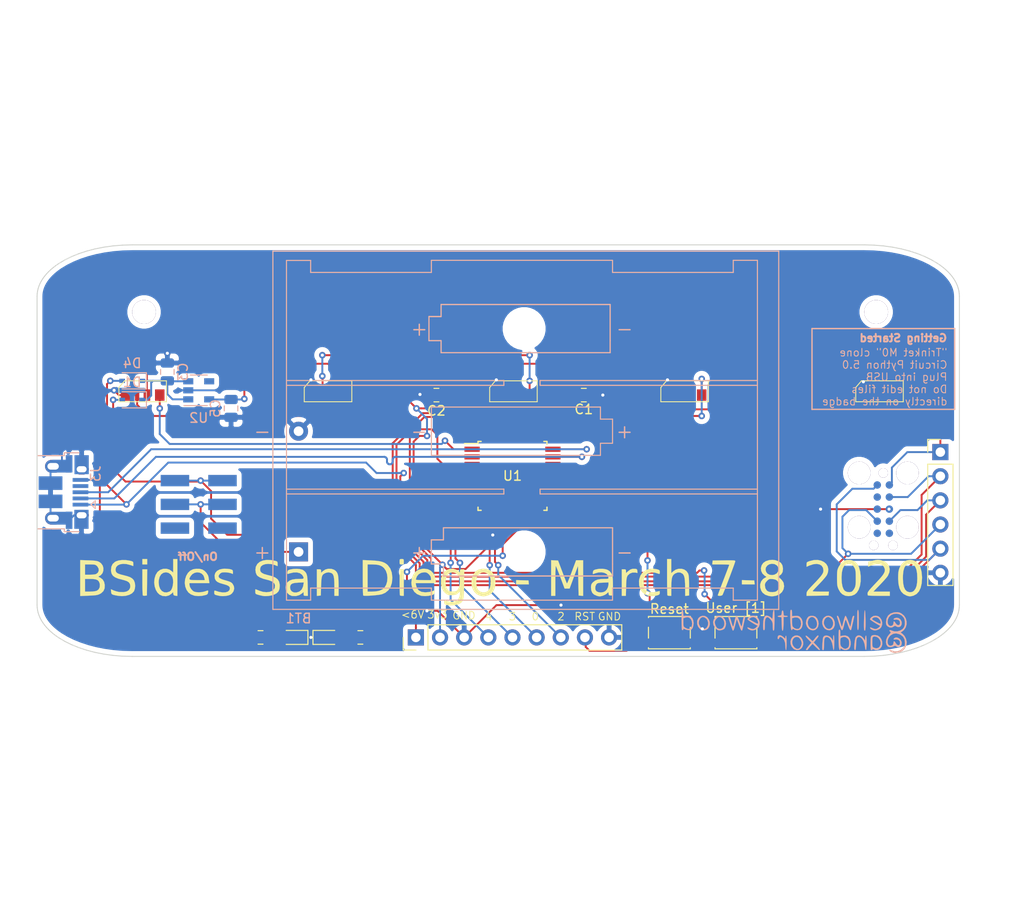
<source format=kicad_pcb>
(kicad_pcb (version 20171130) (host pcbnew 5.1.5-52549c5~84~ubuntu19.10.1)
  (title_block (title "BSides San Diego Badge") (date 2020-01-02) (rev 2) (comment 1 "By @ellwoodthewood and @andnxor"))
  (layers (0 F.Cu signal) (31 B.Cu signal) (34 B.Paste user) (35 F.Paste user) (36 B.SilkS user) (37 F.SilkS user) (38 B.Mask user) (39 F.Mask user) (44 Edge.Cuts user))
  (net 0 "")
  (net 1 +3V3)
  (net 2 GND)
  (net 3 "Net-(C2-Pad1)")
  (net 4 "Net-(C3-Pad1)")
  (net 5 VBAT)
  (net 6 "Net-(D2-Pad2)")
  (net 7 VBUS)
  (net 8 "Net-(D6-Pad2)")
  (net 9 /D4_A2_PAU06_TXD_MOSI)
  (net 10 /D3_A3_PAU07_RXD_SCK)
  (net 11 /~RESET)
  (net 12 /D0_A4_PAU08_SDA)
  (net 13 /D1_A0_PAU02)
  (net 14 /D2_A1_PAU09_SCL_MISO)
  (net 15 "Net-(J3-Pad4)")
  (net 16 "Net-(R1-Pad2)")
  (net 17 "Net-(U1-Pad2)")
  (net 18 "Net-(U1-Pad4)")
  (net 19 "Net-(U1-Pad5)")
  (net 20 "Net-(U1-Pad6)")
  (net 21 "Net-(U1-Pad14)")
  (net 22 "Net-(U1-Pad15)")
  (net 23 "Net-(U1-Pad16)")
  (net 24 "Net-(U1-Pad17)")
  (net 25 "Net-(U1-Pad18)")
  (net 26 "Net-(U1-Pad19)")
  (net 27 "Net-(U1-Pad20)")
  (net 28 "Net-(U1-Pad21)")
  (net 29 "Net-(U1-Pad22)")
  (net 30 "Net-(U1-Pad25)")
  (net 31 "Net-(U1-Pad27)")
  (net 32 "Net-(U2-Pad4)")
  (net 33 "Net-(BT1-Pad1)")
  (net 34 SWCLK)
  (net 35 SWDIO)
  (net 36 USB_DP)
  (net 37 USB_DM)
  (net 38 "Net-(SW2-Pad4)")
  (net 39 "Net-(SW2-Pad1)")
  (net 40 "Net-(TC1-Pad9)")
  (net 41 "Net-(TC1-Pad8)")
  (net 42 "Net-(TC1-Pad6)")
  (net 43 "Net-(TC1-Pad5)")
  (net 44 LED)
  (net 45 "Net-(U3-Pad3)")
  (net 46 "Net-(U4-Pad3)")
  (net 47 "Net-(U5-Pad3)")
  (net 48 "Net-(U6-Pad3)")
  (net 49 "Net-(U7-Pad3)")
  (module bsidessd_rev2:bsidessd_rev2 (layer F.Cu) (at 100 100)
    (fp_text reference g1 hide)
    (fp_text value graphic hide)
    (fp_line (start -40 6.692708) (end -40 6.692708) (layer Edge.Cuts) (width 0.1))
    (fp_line (start -40 6.692708) (end -40 6.692708) (layer Edge.Cuts) (width 0.1))
    (fp_line (start -41.025269 6.720555) (end -40 6.692708) (layer Edge.Cuts) (width 0.1))
    (fp_line (start -42.020273 6.802309) (end -41.025269 6.720555) (layer Edge.Cuts) (width 0.1))
    (fp_line (start -42.980063 6.935289) (end -42.020273 6.802309) (layer Edge.Cuts) (width 0.1))
    (fp_line (start -43.899687 7.116815) (end -42.980063 6.935289) (layer Edge.Cuts) (width 0.1))
    (fp_line (start -44.774194 7.344208) (end -43.899687 7.116815) (layer Edge.Cuts) (width 0.1))
    (fp_line (start -45.598633 7.614786) (end -44.774194 7.344208) (layer Edge.Cuts) (width 0.1))
    (fp_line (start -46.368052 7.925869) (end -45.598633 7.614786) (layer Edge.Cuts) (width 0.1))
    (fp_line (start -47.0775 8.274778) (end -46.368052 7.925869) (layer Edge.Cuts) (width 0.1))
    (fp_line (start -47.722026 8.658831) (end -47.0775 8.274778) (layer Edge.Cuts) (width 0.1))
    (fp_line (start -48.018397 8.8632) (end -47.722026 8.658831) (layer Edge.Cuts) (width 0.1))
    (fp_line (start -48.29668 9.075349) (end -48.018397 8.8632) (layer Edge.Cuts) (width 0.1))
    (fp_line (start -48.556257 9.294945) (end -48.29668 9.075349) (layer Edge.Cuts) (width 0.1))
    (fp_line (start -48.796509 9.521652) (end -48.556257 9.294945) (layer Edge.Cuts) (width 0.1))
    (fp_line (start -49.016817 9.755135) (end -48.796509 9.521652) (layer Edge.Cuts) (width 0.1))
    (fp_line (start -49.216563 9.995058) (end -49.016817 9.755135) (layer Edge.Cuts) (width 0.1))
    (fp_line (start -49.395126 10.241088) (end -49.216563 9.995058) (layer Edge.Cuts) (width 0.1))
    (fp_line (start -49.55189 10.492889) (end -49.395126 10.241088) (layer Edge.Cuts) (width 0.1))
    (fp_line (start -49.686234 10.750125) (end -49.55189 10.492889) (layer Edge.Cuts) (width 0.1))
    (fp_line (start -49.797539 11.012463) (end -49.686234 10.750125) (layer Edge.Cuts) (width 0.1))
    (fp_line (start -49.885187 11.279566) (end -49.797539 11.012463) (layer Edge.Cuts) (width 0.1))
    (fp_line (start -49.94856 11.5511) (end -49.885187 11.279566) (layer Edge.Cuts) (width 0.1))
    (fp_line (start -49.987037 11.826729) (end -49.94856 11.5511) (layer Edge.Cuts) (width 0.1))
    (fp_line (start -50 12.10612) (end -49.987037 11.826729) (layer Edge.Cuts) (width 0.1))
    (fp_line (start -50 44.586588) (end -50 12.10612) (layer Edge.Cuts) (width 0.1))
    (fp_line (start -49.987037 44.865979) (end -50 44.586588) (layer Edge.Cuts) (width 0.1))
    (fp_line (start -49.94856 45.141609) (end -49.987037 44.865979) (layer Edge.Cuts) (width 0.1))
    (fp_line (start -49.885187 45.413142) (end -49.94856 45.141609) (layer Edge.Cuts) (width 0.1))
    (fp_line (start -49.797539 45.680246) (end -49.885187 45.413142) (layer Edge.Cuts) (width 0.1))
    (fp_line (start -49.686234 45.942583) (end -49.797539 45.680246) (layer Edge.Cuts) (width 0.1))
    (fp_line (start -49.55189 46.199819) (end -49.686234 45.942583) (layer Edge.Cuts) (width 0.1))
    (fp_line (start -49.395126 46.45162) (end -49.55189 46.199819) (layer Edge.Cuts) (width 0.1))
    (fp_line (start -49.216563 46.69765) (end -49.395126 46.45162) (layer Edge.Cuts) (width 0.1))
    (fp_line (start -49.016817 46.937574) (end -49.216563 46.69765) (layer Edge.Cuts) (width 0.1))
    (fp_line (start -48.796509 47.171056) (end -49.016817 46.937574) (layer Edge.Cuts) (width 0.1))
    (fp_line (start -48.556257 47.397763) (end -48.796509 47.171056) (layer Edge.Cuts) (width 0.1))
    (fp_line (start -48.29668 47.617359) (end -48.556257 47.397763) (layer Edge.Cuts) (width 0.1))
    (fp_line (start -48.018397 47.829508) (end -48.29668 47.617359) (layer Edge.Cuts) (width 0.1))
    (fp_line (start -47.722026 48.033877) (end -48.018397 47.829508) (layer Edge.Cuts) (width 0.1))
    (fp_line (start -47.0775 48.41793) (end -47.722026 48.033877) (layer Edge.Cuts) (width 0.1))
    (fp_line (start -46.368052 48.766839) (end -47.0775 48.41793) (layer Edge.Cuts) (width 0.1))
    (fp_line (start -45.598633 49.077923) (end -46.368052 48.766839) (layer Edge.Cuts) (width 0.1))
    (fp_line (start -44.774194 49.348501) (end -45.598633 49.077923) (layer Edge.Cuts) (width 0.1))
    (fp_line (start -43.899687 49.575893) (end -44.774194 49.348501) (layer Edge.Cuts) (width 0.1))
    (fp_line (start -42.980063 49.757419) (end -43.899687 49.575893) (layer Edge.Cuts) (width 0.1))
    (fp_line (start -42.020273 49.8904) (end -42.980063 49.757419) (layer Edge.Cuts) (width 0.1))
    (fp_line (start -41.025269 49.972153) (end -42.020273 49.8904) (layer Edge.Cuts) (width 0.1))
    (fp_line (start -40 50) (end -41.025269 49.972153) (layer Edge.Cuts) (width 0.1))
    (fp_line (start 37 50) (end -40 50) (layer Edge.Cuts) (width 0.1))
    (fp_line (start 38.02527 49.97215) (end 37 50) (layer Edge.Cuts) (width 0.1))
    (fp_line (start 39.020274 49.8904) (end 38.02527 49.97215) (layer Edge.Cuts) (width 0.1))
    (fp_line (start 39.980064 49.757419) (end 39.020274 49.8904) (layer Edge.Cuts) (width 0.1))
    (fp_line (start 40.899688 49.575893) (end 39.980064 49.757419) (layer Edge.Cuts) (width 0.1))
    (fp_line (start 41.774195 49.348501) (end 40.899688 49.575893) (layer Edge.Cuts) (width 0.1))
    (fp_line (start 42.598634 49.077923) (end 41.774195 49.348501) (layer Edge.Cuts) (width 0.1))
    (fp_line (start 43.368053 48.766839) (end 42.598634 49.077923) (layer Edge.Cuts) (width 0.1))
    (fp_line (start 44.077501 48.41793) (end 43.368053 48.766839) (layer Edge.Cuts) (width 0.1))
    (fp_line (start 44.722027 48.033877) (end 44.077501 48.41793) (layer Edge.Cuts) (width 0.1))
    (fp_line (start 45.018398 47.829508) (end 44.722027 48.033877) (layer Edge.Cuts) (width 0.1))
    (fp_line (start 45.296681 47.617359) (end 45.018398 47.829508) (layer Edge.Cuts) (width 0.1))
    (fp_line (start 45.556258 47.397763) (end 45.296681 47.617359) (layer Edge.Cuts) (width 0.1))
    (fp_line (start 45.79651 47.171056) (end 45.556258 47.397763) (layer Edge.Cuts) (width 0.1))
    (fp_line (start 46.016818 46.937574) (end 45.79651 47.171056) (layer Edge.Cuts) (width 0.1))
    (fp_line (start 46.216563 46.69765) (end 46.016818 46.937574) (layer Edge.Cuts) (width 0.1))
    (fp_line (start 46.395127 46.45162) (end 46.216563 46.69765) (layer Edge.Cuts) (width 0.1))
    (fp_line (start 46.551891 46.199819) (end 46.395127 46.45162) (layer Edge.Cuts) (width 0.1))
    (fp_line (start 46.686235 45.942583) (end 46.551891 46.199819) (layer Edge.Cuts) (width 0.1))
    (fp_line (start 46.79754 45.680246) (end 46.686235 45.942583) (layer Edge.Cuts) (width 0.1))
    (fp_line (start 46.88519 45.413142) (end 46.79754 45.680246) (layer Edge.Cuts) (width 0.1))
    (fp_line (start 46.94856 45.141609) (end 46.88519 45.413142) (layer Edge.Cuts) (width 0.1))
    (fp_line (start 46.98704 44.865979) (end 46.94856 45.141609) (layer Edge.Cuts) (width 0.1))
    (fp_line (start 47 44.586588) (end 46.98704 44.865979) (layer Edge.Cuts) (width 0.1))
    (fp_line (start 47 12.10612) (end 47 44.586588) (layer Edge.Cuts) (width 0.1))
    (fp_line (start 46.987039 11.826728) (end 47 12.10612) (layer Edge.Cuts) (width 0.1))
    (fp_line (start 46.948559 11.551099) (end 46.987039 11.826728) (layer Edge.Cuts) (width 0.1))
    (fp_line (start 46.885189 11.279565) (end 46.948559 11.551099) (layer Edge.Cuts) (width 0.1))
    (fp_line (start 46.797539 11.012462) (end 46.885189 11.279565) (layer Edge.Cuts) (width 0.1))
    (fp_line (start 46.686234 10.750124) (end 46.797539 11.012462) (layer Edge.Cuts) (width 0.1))
    (fp_line (start 46.55189 10.492888) (end 46.686234 10.750124) (layer Edge.Cuts) (width 0.1))
    (fp_line (start 46.395126 10.241087) (end 46.55189 10.492888) (layer Edge.Cuts) (width 0.1))
    (fp_line (start 46.216562 9.995057) (end 46.395126 10.241087) (layer Edge.Cuts) (width 0.1))
    (fp_line (start 46.016817 9.755134) (end 46.216562 9.995057) (layer Edge.Cuts) (width 0.1))
    (fp_line (start 45.796509 9.521651) (end 46.016817 9.755134) (layer Edge.Cuts) (width 0.1))
    (fp_line (start 45.556257 9.294944) (end 45.796509 9.521651) (layer Edge.Cuts) (width 0.1))
    (fp_line (start 45.29668 9.075348) (end 45.556257 9.294944) (layer Edge.Cuts) (width 0.1))
    (fp_line (start 45.018397 8.863199) (end 45.29668 9.075348) (layer Edge.Cuts) (width 0.1))
    (fp_line (start 44.722026 8.65883) (end 45.018397 8.863199) (layer Edge.Cuts) (width 0.1))
    (fp_line (start 44.0775 8.274777) (end 44.722026 8.65883) (layer Edge.Cuts) (width 0.1))
    (fp_line (start 43.368052 7.925868) (end 44.0775 8.274777) (layer Edge.Cuts) (width 0.1))
    (fp_line (start 42.598633 7.614785) (end 43.368052 7.925868) (layer Edge.Cuts) (width 0.1))
    (fp_line (start 41.774194 7.344207) (end 42.598633 7.614785) (layer Edge.Cuts) (width 0.1))
    (fp_line (start 40.899687 7.116814) (end 41.774194 7.344207) (layer Edge.Cuts) (width 0.1))
    (fp_line (start 39.980063 6.935288) (end 40.899687 7.116814) (layer Edge.Cuts) (width 0.1))
    (fp_line (start 39.020273 6.802308) (end 39.980063 6.935288) (layer Edge.Cuts) (width 0.1))
    (fp_line (start 38.025269 6.720558) (end 39.020273 6.802308) (layer Edge.Cuts) (width 0.1))
    (fp_line (start 37 6.692708) (end 38.025269 6.720558) (layer Edge.Cuts) (width 0.1))
    (fp_line (start -40 6.692708) (end 37 6.692708) (layer Edge.Cuts) (width 0.1))
    (pad 2 thru_hole circle (at 38.25 13.75) (size 2.5 2.5) (drill 2.5) (layers *.Cu *.Mask))
    (pad 1 thru_hole circle (at -38.75 13.75) (size 2.5 2.5) (drill 2.5) (layers *.Cu *.Mask))
  )
  (module andnxor:LED_SK6812_SIDE (layer F.Cu) (at 138.5 122.5 180)
    (fp_text reference U7)
    (fp_text value sk6812_side)
    (pad 4 smd rect (at 1.7 0 180) (size 1 1.2) (layers F.Cu F.Paste F.Mask) (net 2 GND))
    (pad 3 smd rect (at 0.475 0 180) (size 0.45 1.2) (layers F.Cu F.Paste F.Mask) (net 49 "Net-(U7-Pad3)"))
    (pad 2 smd rect (at -0.55 0 180) (size 0.7 1.2) (layers F.Cu F.Paste F.Mask) (net 1 +3V3))
    (pad 1 smd rect (at -1.9 0 180) (size 1 1.2) (layers F.Cu F.Paste F.Mask) (net 48 "Net-(U6-Pad3)"))
  )
  (module andnxor:LED_SK6812_SIDE (layer F.Cu) (at 118 122.5 180)
    (fp_text reference U6)
    (fp_text value sk6812_side)
    (pad 4 smd rect (at 1.7 0 180) (size 1 1.2) (layers F.Cu F.Paste F.Mask) (net 2 GND))
    (pad 3 smd rect (at 0.475 0 180) (size 0.45 1.2) (layers F.Cu F.Paste F.Mask) (net 48 "Net-(U6-Pad3)"))
    (pad 2 smd rect (at -0.55 0 180) (size 0.7 1.2) (layers F.Cu F.Paste F.Mask) (net 1 +3V3))
    (pad 1 smd rect (at -1.9 0 180) (size 1 1.2) (layers F.Cu F.Paste F.Mask) (net 47 "Net-(U5-Pad3)"))
  )
  (module andnxor:LED_SK6812_SIDE (layer F.Cu) (at 100 122.5 180)
    (fp_text reference U5)
    (fp_text value sk6812_side)
    (pad 4 smd rect (at 1.7 0 180) (size 1 1.2) (layers F.Cu F.Paste F.Mask) (net 2 GND))
    (pad 3 smd rect (at 0.475 0 180) (size 0.45 1.2) (layers F.Cu F.Paste F.Mask) (net 47 "Net-(U5-Pad3)"))
    (pad 2 smd rect (at -0.55 0 180) (size 0.7 1.2) (layers F.Cu F.Paste F.Mask) (net 1 +3V3))
    (pad 1 smd rect (at -1.9 0 180) (size 1 1.2) (layers F.Cu F.Paste F.Mask) (net 46 "Net-(U4-Pad3)"))
  )
  (module andnxor:LED_SK6812_SIDE (layer F.Cu) (at 80.5 122.5 180)
    (fp_text reference U4)
    (fp_text value sk6812_side)
    (pad 4 smd rect (at 1.7 0 180) (size 1 1.2) (layers F.Cu F.Paste F.Mask) (net 2 GND))
    (pad 3 smd rect (at 0.475 0 180) (size 0.45 1.2) (layers F.Cu F.Paste F.Mask) (net 46 "Net-(U4-Pad3)"))
    (pad 2 smd rect (at -0.55 0 180) (size 0.7 1.2) (layers F.Cu F.Paste F.Mask) (net 1 +3V3))
    (pad 1 smd rect (at -1.9 0 180) (size 1 1.2) (layers F.Cu F.Paste F.Mask) (net 45 "Net-(U3-Pad3)"))
  )
  (module andnxor:LED_SK6812_SIDE (layer F.Cu) (at 61 122.5 180)
    (fp_text reference U3)
    (fp_text value sk6812_side)
    (pad 4 smd rect (at 1.7 0 180) (size 1 1.2) (layers F.Cu F.Paste F.Mask) (net 2 GND))
    (pad 3 smd rect (at 0.475 0 180) (size 0.45 1.2) (layers F.Cu F.Paste F.Mask) (net 45 "Net-(U3-Pad3)"))
    (pad 2 smd rect (at -0.55 0 180) (size 0.7 1.2) (layers F.Cu F.Paste F.Mask) (net 1 +3V3))
    (pad 1 smd rect (at -1.9 0 180) (size 1 1.2) (layers F.Cu F.Paste F.Mask) (net 44 LED))
  )
  (module Package_TO_SOT_SMD:SOT-23-5 (layer B.Cu) (at 67 122)
    (fp_text reference U2 (at 0 2.9) (layer B.SilkS) (effects (justify mirror)))
    (fp_text value AP2112K-3.3)
    (pad 5 smd rect (at 1.1 0.95) (size 1.06 0.65) (layers B.Cu B.Paste B.Mask) (net 1 +3V3))
    (pad 4 smd rect (at 1.1 -0.95) (size 1.06 0.65) (layers B.Cu B.Paste B.Mask) (net 32 "Net-(U2-Pad4)"))
    (pad 3 smd rect (at -1.1 -0.95) (size 1.06 0.65) (layers B.Cu B.Paste B.Mask) (net 4 "Net-(C3-Pad1)"))
    (pad 2 smd rect (at -1.1 0) (size 1.06 0.65) (layers B.Cu B.Paste B.Mask) (net 2 GND))
    (pad 1 smd rect (at -1.1 0.95) (size 1.06 0.65) (layers B.Cu B.Paste B.Mask) (net 4 "Net-(C3-Pad1)"))
  )
  (module Package_QFP:TQFP-32_7x7mm_P0.8mm (layer F.Cu) (at 100 131)
    (fp_text reference U1 (at 0 0) (layer F.SilkS))
    (fp_text value ATSAMD21E18A-AUT)
    (pad 32 smd rect (at -2.8 -4.25 90) (size 1.6 0.55) (layers F.Cu F.Paste F.Mask) (net 35 SWDIO))
    (pad 31 smd rect (at -2 -4.25 90) (size 1.6 0.55) (layers F.Cu F.Paste F.Mask) (net 34 SWCLK))
    (pad 30 smd rect (at -1.2 -4.25 90) (size 1.6 0.55) (layers F.Cu F.Paste F.Mask) (net 1 +3V3))
    (pad 29 smd rect (at -0.4 -4.25 90) (size 1.6 0.55) (layers F.Cu F.Paste F.Mask) (net 3 "Net-(C2-Pad1)"))
    (pad 28 smd rect (at 0.4 -4.25 90) (size 1.6 0.55) (layers F.Cu F.Paste F.Mask) (net 2 GND))
    (pad 27 smd rect (at 1.2 -4.25 90) (size 1.6 0.55) (layers F.Cu F.Paste F.Mask) (net 31 "Net-(U1-Pad27)"))
    (pad 26 smd rect (at 2 -4.25 90) (size 1.6 0.55) (layers F.Cu F.Paste F.Mask) (net 11 /~RESET))
    (pad 25 smd rect (at 2.8 -4.25 90) (size 1.6 0.55) (layers F.Cu F.Paste F.Mask) (net 30 "Net-(U1-Pad25)"))
    (pad 24 smd rect (at 4.25 -2.8) (size 1.6 0.55) (layers F.Cu F.Paste F.Mask) (net 36 USB_DP))
    (pad 23 smd rect (at 4.25 -2) (size 1.6 0.55) (layers F.Cu F.Paste F.Mask) (net 37 USB_DM))
    (pad 22 smd rect (at 4.25 -1.2) (size 1.6 0.55) (layers F.Cu F.Paste F.Mask) (net 29 "Net-(U1-Pad22)"))
    (pad 21 smd rect (at 4.25 -0.4) (size 1.6 0.55) (layers F.Cu F.Paste F.Mask) (net 28 "Net-(U1-Pad21)"))
    (pad 20 smd rect (at 4.25 0.4) (size 1.6 0.55) (layers F.Cu F.Paste F.Mask) (net 27 "Net-(U1-Pad20)"))
    (pad 19 smd rect (at 4.25 1.2) (size 1.6 0.55) (layers F.Cu F.Paste F.Mask) (net 26 "Net-(U1-Pad19)"))
    (pad 18 smd rect (at 4.25 2) (size 1.6 0.55) (layers F.Cu F.Paste F.Mask) (net 25 "Net-(U1-Pad18)"))
    (pad 17 smd rect (at 4.25 2.8) (size 1.6 0.55) (layers F.Cu F.Paste F.Mask) (net 24 "Net-(U1-Pad17)"))
    (pad 16 smd rect (at 2.8 4.25 90) (size 1.6 0.55) (layers F.Cu F.Paste F.Mask) (net 23 "Net-(U1-Pad16)"))
    (pad 15 smd rect (at 2 4.25 90) (size 1.6 0.55) (layers F.Cu F.Paste F.Mask) (net 22 "Net-(U1-Pad15)"))
    (pad 14 smd rect (at 1.2 4.25 90) (size 1.6 0.55) (layers F.Cu F.Paste F.Mask) (net 21 "Net-(U1-Pad14)"))
    (pad 13 smd rect (at 0.4 4.25 90) (size 1.6 0.55) (layers F.Cu F.Paste F.Mask) (net 16 "Net-(R1-Pad2)"))
    (pad 12 smd rect (at -0.4 4.25 90) (size 1.6 0.55) (layers F.Cu F.Paste F.Mask) (net 14 /D2_A1_PAU09_SCL_MISO))
    (pad 11 smd rect (at -1.2 4.25 90) (size 1.6 0.55) (layers F.Cu F.Paste F.Mask) (net 12 /D0_A4_PAU08_SDA))
    (pad 10 smd rect (at -2 4.25 90) (size 1.6 0.55) (layers F.Cu F.Paste F.Mask) (net 2 GND))
    (pad 9 smd rect (at -2.8 4.25 90) (size 1.6 0.55) (layers F.Cu F.Paste F.Mask) (net 1 +3V3))
    (pad 8 smd rect (at -4.25 2.8) (size 1.6 0.55) (layers F.Cu F.Paste F.Mask) (net 10 /D3_A3_PAU07_RXD_SCK))
    (pad 7 smd rect (at -4.25 2) (size 1.6 0.55) (layers F.Cu F.Paste F.Mask) (net 9 /D4_A2_PAU06_TXD_MOSI))
    (pad 6 smd rect (at -4.25 1.2) (size 1.6 0.55) (layers F.Cu F.Paste F.Mask) (net 20 "Net-(U1-Pad6)"))
    (pad 5 smd rect (at -4.25 0.4) (size 1.6 0.55) (layers F.Cu F.Paste F.Mask) (net 19 "Net-(U1-Pad5)"))
    (pad 4 smd rect (at -4.25 -0.4) (size 1.6 0.55) (layers F.Cu F.Paste F.Mask) (net 18 "Net-(U1-Pad4)"))
    (pad 3 smd rect (at -4.25 -1.2) (size 1.6 0.55) (layers F.Cu F.Paste F.Mask) (net 13 /D1_A0_PAU02))
    (pad 2 smd rect (at -4.25 -2) (size 1.6 0.55) (layers F.Cu F.Paste F.Mask) (net 17 "Net-(U1-Pad2)"))
    (pad 1 smd rect (at -4.25 -2.8) (size 1.6 0.55) (layers F.Cu F.Paste F.Mask) (net 44 LED))
  )
  (module andnxor:TC2050-IDC-FP-NoSilk (layer B.Cu) (at 139 134.5 270)
    (fp_text reference TC1)
    (fp_text value "Tag Connect 2050")
    (pad "" thru_hole circle (at 3.81 -1.016 270) (size 0.9906 0.9906) (drill 0.9906) (layers *.Cu *.Mask))
    (pad "" thru_hole circle (at 3.81 1.016 270) (size 0.9906 0.9906) (drill 0.9906) (layers *.Cu *.Mask))
    (pad "" thru_hole circle (at -3.81 0 270) (size 0.9906 0.9906) (drill 0.9906) (layers *.Cu *.Mask))
    (pad "" thru_hole circle (at 1.905 2.54 270) (size 2.375 2.375) (drill 2.375) (layers *.Cu *.Mask))
    (pad "" thru_hole circle (at 1.905 -2.54 270) (size 2.375 2.375) (drill 2.375) (layers *.Cu *.Mask))
    (pad "" thru_hole circle (at -3.81 -2.54 270) (size 2.375 2.375) (drill 2.375) (layers *.Cu *.Mask))
    (pad "" thru_hole circle (at -3.81 2.54 270) (size 2.375 2.375) (drill 2.375) (layers *.Cu *.Mask))
    (pad 10 smd circle (at -2.54 0.635 270) (size 0.7874 0.7874) (layers B.Cu B.Mask) (net 11 /~RESET))
    (pad 9 smd circle (at -1.27 0.635 270) (size 0.7874 0.7874) (layers B.Cu B.Mask) (net 40 "Net-(TC1-Pad9)"))
    (pad 8 smd circle (at 0 0.635 270) (size 0.7874 0.7874) (layers B.Cu B.Mask) (net 41 "Net-(TC1-Pad8)"))
    (pad 7 smd circle (at 1.27 0.635 270) (size 0.7874 0.7874) (layers B.Cu B.Mask) (net 7 VBUS))
    (pad 6 smd circle (at 2.54 0.635 270) (size 0.7874 0.7874) (layers B.Cu B.Mask) (net 42 "Net-(TC1-Pad6)"))
    (pad 5 smd circle (at 2.54 -0.635 270) (size 0.7874 0.7874) (layers B.Cu B.Mask) (net 43 "Net-(TC1-Pad5)"))
    (pad 4 smd circle (at 1.27 -0.635 270) (size 0.7874 0.7874) (layers B.Cu B.Mask) (net 34 SWCLK))
    (pad 3 smd circle (at 0 -0.635 270) (size 0.7874 0.7874) (layers B.Cu B.Mask) (net 2 GND))
    (pad 2 smd circle (at -1.27 -0.635 270) (size 0.7874 0.7874) (layers B.Cu B.Mask) (net 35 SWDIO))
    (pad 1 smd circle (at -2.54 -0.635 270) (size 0.7874 0.7874) (layers B.Cu B.Mask) (net 1 +3V3))
  )
  (module Button_Switch_SMD:SW_SPST_PTS810 (layer F.Cu) (at 123.5 147.5)
    (fp_text reference "User [1]" (at 0 -2.6) (layer F.SilkS))
    (fp_text value "USER Button")
    (pad 2 smd rect (at 2.075 1.075) (size 1.05 0.65) (layers F.Cu F.Paste F.Mask) (net 2 GND))
    (pad 2 smd rect (at -2.075 1.075) (size 1.05 0.65) (layers F.Cu F.Paste F.Mask) (net 2 GND))
    (pad 1 smd rect (at 2.075 -1.075) (size 1.05 0.65) (layers F.Cu F.Paste F.Mask) (net 13 /D1_A0_PAU02))
    (pad 1 smd rect (at -2.075 -1.075) (size 1.05 0.65) (layers F.Cu F.Paste F.Mask) (net 13 /D1_A0_PAU02))
  )
  (module andnxor:JS202011SCQN (layer B.Cu) (at 67 134 90)
    (fp_text reference SW2)
    (fp_text value JS202011SCQN)
    (pad 3 smd rect (at 2.5 -2.5 90) (size 1.2 3) (layers B.Cu B.Paste B.Mask) (net 5 VBAT))
    (pad 2 smd rect (at 0 -2.5 90) (size 1.2 3) (layers B.Cu B.Paste B.Mask) (net 33 "Net-(BT1-Pad1)"))
    (pad 6 smd rect (at 2.5 2.5 90) (size 1.2 3) (layers B.Cu B.Paste B.Mask) (net 5 VBAT))
    (pad 4 smd rect (at -2.5 2.5 90) (size 1.2 3) (layers B.Cu B.Paste B.Mask) (net 38 "Net-(SW2-Pad4)"))
    (pad 5 smd rect (at 0 2.5 90) (size 1.2 3) (layers B.Cu B.Paste B.Mask) (net 33 "Net-(BT1-Pad1)"))
    (pad 1 smd rect (at -2.5 -2.5 90) (size 1.2 3) (layers B.Cu B.Paste B.Mask) (net 39 "Net-(SW2-Pad1)"))
  )
  (module Button_Switch_SMD:SW_SPST_PTS810 (layer F.Cu) (at 116.5 147.5 180)
    (fp_text reference Reset (at 0 2.5) (layer F.SilkS))
    (fp_text value "RESET Button")
    (pad 2 smd rect (at 2.075 1.075 180) (size 1.05 0.65) (layers F.Cu F.Paste F.Mask) (net 11 /~RESET))
    (pad 2 smd rect (at -2.075 1.075 180) (size 1.05 0.65) (layers F.Cu F.Paste F.Mask) (net 11 /~RESET))
    (pad 1 smd rect (at 2.075 -1.075 180) (size 1.05 0.65) (layers F.Cu F.Paste F.Mask) (net 2 GND))
    (pad 1 smd rect (at -2.075 -1.075 180) (size 1.05 0.65) (layers F.Cu F.Paste F.Mask) (net 2 GND))
  )
  (module Resistor_SMD:R_0805_2012Metric (layer F.Cu) (at 73.5 148)
    (fp_text reference R2 hide)
    (fp_text value 10K)
    (pad 2 smd roundrect (at 0.9375 0) (size 0.975 1.4) (layers F.Cu F.Paste F.Mask) (net 8 "Net-(D6-Pad2)"))
    (pad 1 smd roundrect (at -0.9375 0) (size 0.975 1.4) (layers F.Cu F.Paste F.Mask) (net 1 +3V3))
  )
  (module Resistor_SMD:R_0805_2012Metric (layer F.Cu) (at 84 148)
    (fp_text reference R1 hide)
    (fp_text value 1.5K)
    (pad 2 smd roundrect (at 0.9375 0) (size 0.975 1.4) (layers F.Cu F.Paste F.Mask) (net 16 "Net-(R1-Pad2)"))
    (pad 1 smd roundrect (at -0.9375 0) (size 0.975 1.4) (layers F.Cu F.Paste F.Mask) (net 6 "Net-(D2-Pad2)"))
  )
  (module Connector_USB:USB_Micro-B_Amphenol_10103594-0001LF_Horizontal (layer B.Cu) (at 52.8 132.7 90)
    (fp_text reference J3 (at 1.925 3.365 -90) (layer B.SilkS) (effects (justify mirror)))
    (fp_text value USB_B_Micro)
    (pad 6 smd rect (at 0.935 -1.385) (size 2.5 1.43) (layers B.Cu B.Paste B.Mask) (net 2 GND))
    (pad 6 smd rect (at -0.985 -1.385) (size 2.5 1.43) (layers B.Cu B.Paste B.Mask) (net 2 GND))
    (pad 6 thru_hole oval (at 2.705 -1.115) (size 1.7 1.35) (drill oval 1.2 0.7) (layers *.Cu *.Mask) (net 2 GND))
    (pad 6 thru_hole oval (at -2.755 -1.115) (size 1.7 1.35) (drill oval 1.2 0.7) (layers *.Cu *.Mask) (net 2 GND))
    (pad 6 thru_hole oval (at 2.395 1.885) (size 1.5 1.1) (drill oval 1.05 0.65) (layers *.Cu *.Mask) (net 2 GND))
    (pad 6 thru_hole oval (at -2.445 1.885) (size 1.5 1.1) (drill oval 1.05 0.65) (layers *.Cu *.Mask) (net 2 GND))
    (pad 5 smd rect (at 1.275 1.765) (size 1.65 0.4) (layers B.Cu B.Paste B.Mask) (net 2 GND))
    (pad 4 smd rect (at 0.625 1.765) (size 1.65 0.4) (layers B.Cu B.Paste B.Mask) (net 15 "Net-(J3-Pad4)"))
    (pad 3 smd rect (at -0.025 1.765) (size 1.65 0.4) (layers B.Cu B.Paste B.Mask) (net 36 USB_DP))
    (pad 2 smd rect (at -0.675 1.765) (size 1.65 0.4) (layers B.Cu B.Paste B.Mask) (net 37 USB_DM))
    (pad 1 smd rect (at -1.325 1.765) (size 1.65 0.4) (layers B.Cu B.Paste B.Mask) (net 7 VBUS))
    (pad 6 smd rect (at 2.875 1.885 90) (size 2 1.5) (layers B.Cu B.Paste B.Mask) (net 2 GND))
    (pad 6 smd rect (at -2.875 1.865 90) (size 2 1.5) (layers B.Cu B.Paste B.Mask) (net 2 GND))
    (pad 6 smd rect (at 2.975 0.565 90) (size 1.825 0.7) (layers B.Cu B.Paste B.Mask) (net 2 GND))
    (pad 6 smd rect (at -2.975 0.565 90) (size 1.825 0.7) (layers B.Cu B.Paste B.Mask) (net 2 GND))
    (pad 6 smd rect (at -2.755 -0.185 90) (size 1.35 2) (layers B.Cu B.Paste B.Mask) (net 2 GND))
    (pad 6 smd rect (at 2.725 -0.185 90) (size 1.35 2) (layers B.Cu B.Paste B.Mask) (net 2 GND))
  )
  (module Connector_PinHeader_2.54mm:PinHeader_1x06_P2.54mm_Vertical (layer F.Cu) (at 145 128.5)
    (fp_text reference J2 hide)
    (fp_text value SWD)
    (pad 6 thru_hole oval (at 0 12.7) (size 1.7 1.7) (drill 1) (layers *.Cu *.Mask) (net 2 GND))
    (pad 5 thru_hole oval (at 0 10.16) (size 1.7 1.7) (drill 1) (layers *.Cu *.Mask) (net 11 /~RESET))
    (pad 4 thru_hole oval (at 0 7.62) (size 1.7 1.7) (drill 1) (layers *.Cu *.Mask) (net 7 VBUS))
    (pad 3 thru_hole oval (at 0 5.08) (size 1.7 1.7) (drill 1) (layers *.Cu *.Mask) (net 34 SWCLK))
    (pad 2 thru_hole oval (at 0 2.54) (size 1.7 1.7) (drill 1) (layers *.Cu *.Mask) (net 35 SWDIO))
    (pad 1 thru_hole rect (at 0 0) (size 1.7 1.7) (drill 1) (layers *.Cu *.Mask) (net 1 +3V3))
  )
  (module Connector_PinHeader_2.54mm:PinHeader_1x09_P2.54mm_Vertical (layer F.Cu) (at 89.84 148 90)
    (fp_text reference J1 hide)
    (fp_text value Conn_01x09)
    (pad 9 thru_hole oval (at 0 20.32 90) (size 1.7 1.7) (drill 1) (layers *.Cu *.Mask) (net 2 GND))
    (pad 8 thru_hole oval (at 0 17.78 90) (size 1.7 1.7) (drill 1) (layers *.Cu *.Mask) (net 11 /~RESET))
    (pad 7 thru_hole oval (at 0 15.24 90) (size 1.7 1.7) (drill 1) (layers *.Cu *.Mask) (net 14 /D2_A1_PAU09_SCL_MISO))
    (pad 6 thru_hole oval (at 0 12.7 90) (size 1.7 1.7) (drill 1) (layers *.Cu *.Mask) (net 12 /D0_A4_PAU08_SDA))
    (pad 5 thru_hole oval (at 0 10.16 90) (size 1.7 1.7) (drill 1) (layers *.Cu *.Mask) (net 10 /D3_A3_PAU07_RXD_SCK))
    (pad 4 thru_hole oval (at 0 7.62 90) (size 1.7 1.7) (drill 1) (layers *.Cu *.Mask) (net 9 /D4_A2_PAU06_TXD_MOSI))
    (pad 3 thru_hole oval (at 0 5.08 90) (size 1.7 1.7) (drill 1) (layers *.Cu *.Mask) (net 2 GND))
    (pad 2 thru_hole oval (at 0 2.54 90) (size 1.7 1.7) (drill 1) (layers *.Cu *.Mask) (net 1 +3V3))
    (pad 1 thru_hole rect (at 0 0 90) (size 1.7 1.7) (drill 1) (layers *.Cu *.Mask) (net 5 VBAT))
  )
  (module LED_SMD:LED_0603_1608Metric (layer F.Cu) (at 77 148 180)
    (fp_text reference D6 hide)
    (fp_text value GREEN)
    (pad 2 smd roundrect (at 0.7875 0 180) (size 0.875 0.95) (layers F.Cu F.Paste F.Mask) (net 8 "Net-(D6-Pad2)"))
    (pad 1 smd roundrect (at -0.7875 0 180) (size 0.875 0.95) (layers F.Cu F.Paste F.Mask) (net 2 GND))
  )
  (module Diode_SMD:D_SOD-323 (layer B.Cu) (at 60 121 180)
    (fp_text reference D4 (at 0 1.85) (layer B.SilkS) (effects (justify mirror)))
    (fp_text value D_Schottky)
    (pad 2 smd rect (at 1.05 0 180) (size 0.6 0.45) (layers B.Cu B.Paste B.Mask) (net 7 VBUS))
    (pad 1 smd rect (at -1.05 0 180) (size 0.6 0.45) (layers B.Cu B.Paste B.Mask) (net 4 "Net-(C3-Pad1)"))
  )
  (module LED_SMD:LED_0603_1608Metric (layer F.Cu) (at 80.5 148)
    (fp_text reference D2 hide)
    (fp_text value RED)
    (pad 2 smd roundrect (at 0.7875 0) (size 0.875 0.95) (layers F.Cu F.Paste F.Mask) (net 6 "Net-(D2-Pad2)"))
    (pad 1 smd roundrect (at -0.7875 0) (size 0.875 0.95) (layers F.Cu F.Paste F.Mask) (net 2 GND))
  )
  (module Diode_SMD:D_SOD-323 (layer B.Cu) (at 60 123 180)
    (fp_text reference D1 (at 0 1.85) (layer B.SilkS) (effects (justify mirror)))
    (fp_text value D_Schottky)
    (pad 2 smd rect (at 1.05 0 180) (size 0.6 0.45) (layers B.Cu B.Paste B.Mask) (net 5 VBAT))
    (pad 1 smd rect (at -1.05 0 180) (size 0.6 0.45) (layers B.Cu B.Paste B.Mask) (net 4 "Net-(C3-Pad1)"))
  )
  (module Capacitor_SMD:C_0805_2012Metric (layer B.Cu) (at 70.4 123.9 270)
    (fp_text reference C5 (at 0 1.65 270) (layer B.SilkS) (effects (justify mirror)))
    (fp_text value 10uF)
    (pad 2 smd roundrect (at 0.9375 0 270) (size 0.975 1.4) (layers B.Cu B.Paste B.Mask) (net 2 GND))
    (pad 1 smd roundrect (at -0.9375 0 270) (size 0.975 1.4) (layers B.Cu B.Paste B.Mask) (net 1 +3V3))
  )
  (module Capacitor_SMD:C_0805_2012Metric (layer B.Cu) (at 63.7 120.0625 90)
    (fp_text reference C3 (at 0 1.65 -90) (layer B.SilkS) (effects (justify mirror)))
    (fp_text value 10uF)
    (pad 2 smd roundrect (at 0.9375 0 90) (size 0.975 1.4) (layers B.Cu B.Paste B.Mask) (net 2 GND))
    (pad 1 smd roundrect (at -0.9375 0 90) (size 0.975 1.4) (layers B.Cu B.Paste B.Mask) (net 4 "Net-(C3-Pad1)"))
  )
  (module Capacitor_SMD:C_0805_2012Metric (layer F.Cu) (at 92 122.5 180)
    (fp_text reference C2 (at 0 -1.65) (layer F.SilkS))
    (fp_text value 1uF)
    (pad 2 smd roundrect (at 0.9375 0 180) (size 0.975 1.4) (layers F.Cu F.Paste F.Mask) (net 2 GND))
    (pad 1 smd roundrect (at -0.9375 0 180) (size 0.975 1.4) (layers F.Cu F.Paste F.Mask) (net 3 "Net-(C2-Pad1)"))
  )
  (module Capacitor_SMD:C_0805_2012Metric (layer F.Cu) (at 107.5 122.5)
    (fp_text reference C1 (at 0 1.5) (layer F.SilkS))
    (fp_text value 1uF)
    (pad 2 smd roundrect (at 0.9375 0) (size 0.975 1.4) (layers F.Cu F.Paste F.Mask) (net 2 GND))
    (pad 1 smd roundrect (at -0.9375 0) (size 0.975 1.4) (layers F.Cu F.Paste F.Mask) (net 1 +3V3))
  )
  (module Battery:BatteryHolder_Keystone_2479_3xAAA (layer B.Cu) (at 77.5 139)
    (fp_text reference BT1 (at 0 7 180) (layer B.SilkS) (effects (justify mirror)))
    (fp_text value "3xAAA Keystone 2479")
    (fp_text user + (at -3.81 0) (layer B.SilkS) (effects (font (size 1.5 1.5)) (justify mirror)))
    (fp_text user - (at -3.81 -12.7) (layer B.SilkS) (effects (font (size 1.5 1.5)) (justify mirror)))
    (fp_text user - (at 34.29 0) (layer B.SilkS) (effects (font (size 1.5 1.5)) (justify mirror)))
    (fp_text user - (at 34.29 -23.495) (layer B.SilkS) (effects (font (size 1.5 1.5)) (justify mirror)))
    (fp_text user - (at 12.7 -12.7) (layer B.SilkS) (effects (font (size 1.5 1.5)) (justify mirror)))
    (fp_text user + (at 12.7 -23.495) (layer B.SilkS) (effects (font (size 1.5 1.5)) (justify mirror)))
    (fp_text user + (at 34.29 -12.7) (layer B.SilkS) (effects (font (size 1.5 1.5)) (justify mirror)))
    (fp_text user + (at 12.7 0) (layer B.SilkS) (effects (font (size 1.5 1.5)) (justify mirror)))
    (pad "" np_thru_hole circle (at 23.7236 0) (size 3.5 3.5) (drill 3.5) (layers *.Cu *.Mask))
    (pad "" np_thru_hole circle (at 23.7236 -23.495) (size 3.5 3.5) (drill 3.5) (layers *.Cu *.Mask))
    (pad 2 thru_hole circle (at 0 -12.7) (size 2 2) (drill 1.02) (layers *.Cu *.Mask) (net 2 GND))
    (pad 1 thru_hole rect (at 0 0) (size 2 2) (drill 1.02) (layers *.Cu *.Mask) (net 33 "Net-(BT1-Pad1)"))
  )
  (gr_text On/Off (at 66.9 139.5) (layer B.SilkS) (effects (font (size 0.8 0.8) (thickness 0.2)) (justify mirror)))
  (gr_line (start 146.5 124) (end 146.5 115.5) (layer B.SilkS) (width 0.15))
  (gr_line (start 131.5 124) (end 146.5 124) (layer B.SilkS) (width 0.15))
  (gr_line (start 131.5 115.5) (end 131.5 124) (layer B.SilkS) (width 0.15))
  (gr_line (start 146.5 115.5) (end 131.5 115.5) (layer B.SilkS) (width 0.15))
  (gr_text "\"Trinket M0\" clone\nCircuit Python 5.0\nPlug into USB\nDo not edit files\ndirectly on the badge\n" (at 145.8 120.6) (layer B.SilkS) (effects (font (size 0.8 0.8) (thickness 0.1)) (justify left mirror)))
  (gr_text "Getting Started\n" (at 141.1 116.5) (layer B.SilkS) (effects (font (size 0.8 0.8) (thickness 0.2)) (justify mirror)))
  (gr_text GND (at 110.2 145.8) (layer F.SilkS) (effects (font (size 0.8 0.8) (thickness 0.1))))
  (gr_text RST (at 107.6 145.8) (layer F.SilkS) (effects (font (size 0.8 0.8) (thickness 0.1))))
  (gr_text 2 (at 105.1 145.8) (layer F.SilkS) (effects (font (size 0.8 0.8) (thickness 0.1))))
  (gr_text 0 (at 102.4 145.8) (layer F.SilkS) (effects (font (size 0.8 0.8) (thickness 0.1))))
  (gr_text 3 (at 100 145.8) (layer F.SilkS) (effects (font (size 0.8 0.8) (thickness 0.1))))
  (gr_text 4 (at 97.5 145.8) (layer F.SilkS) (effects (font (size 0.8 0.8) (thickness 0.1))))
  (gr_text GND (at 94.9 145.7) (layer F.SilkS) (effects (font (size 0.8 0.8) (thickness 0.1))))
  (gr_text 3v3 (at 92.1 145.6) (layer F.SilkS) (effects (font (size 0.8 0.8) (thickness 0.1))))
  (gr_text <6V (at 89.5 145.6) (layer F.SilkS) (effects (font (size 0.8 0.8) (thickness 0.1))))
  (segment (start 68.1125 122.9625) (end 68.1 122.95) (width 0.2) (layer B.Cu) (net 1))
  (segment (start 70.4 122.9625) (end 68.1125 122.9625) (width 0.2) (layer B.Cu) (net 1))
  (segment (start 60.7 119.2) (end 61.55 120.05) (width 0.2) (layer F.Cu) (net 1))
  (segment (start 56.6 120) (end 57.4 119.2) (width 0.2) (layer F.Cu) (net 1))
  (segment (start 61.4 148) (end 56.6 143.2) (width 0.2) (layer F.Cu) (net 1))
  (segment (start 72.5625 148) (end 61.4 148) (width 0.2) (layer F.Cu) (net 1))
  (segment (start 61.55 120.05) (end 61.55 122.5) (width 0.2) (layer F.Cu) (net 1))
  (segment (start 57.4 119.2) (end 60.7 119.2) (width 0.2) (layer F.Cu) (net 1))
  (segment (start 56.6 143.2) (end 56.6 120) (width 0.2) (layer F.Cu) (net 1))
  (via (at 71.8 122.9) (size 0.6858) (drill 0.3302) (layers F.Cu B.Cu) (net 1))
  (segment (start 70.4 122.9625) (end 71.7375 122.9625) (width 0.2) (layer B.Cu) (net 1))
  (segment (start 71.7375 122.9625) (end 71.8 122.9) (width 0.2) (layer B.Cu) (net 1))
  (segment (start 71.8 122.9) (end 71.8 119.9) (width 0.2) (layer F.Cu) (net 1))
  (segment (start 71.1 119.2) (end 60.7 119.2) (width 0.2) (layer F.Cu) (net 1))
  (segment (start 71.8 119.9) (end 71.1 119.2) (width 0.2) (layer F.Cu) (net 1))
  (segment (start 71.8 119.9) (end 71.8 119.7) (width 0.2) (layer F.Cu) (net 1))
  (segment (start 71.8 119.7) (end 72.3 119.2) (width 0.2) (layer F.Cu) (net 1))
  (segment (start 72.3 119.2) (end 80.6 119.2) (width 0.2) (layer F.Cu) (net 1))
  (segment (start 81.05 119.65) (end 81.05 122.5) (width 0.2) (layer F.Cu) (net 1))
  (segment (start 80.6 119.2) (end 81.05 119.65) (width 0.2) (layer F.Cu) (net 1))
  (segment (start 118.55 119.55) (end 118.55 122.5) (width 0.2) (layer F.Cu) (net 1))
  (segment (start 118.2 119.2) (end 118.55 119.55) (width 0.2) (layer F.Cu) (net 1))
  (segment (start 106.075 122.5) (end 105.5 121.925) (width 0.2) (layer F.Cu) (net 1))
  (segment (start 106.5625 122.5) (end 106.075 122.5) (width 0.2) (layer F.Cu) (net 1))
  (segment (start 105.5 121.925) (end 105.5 119.4) (width 0.2) (layer F.Cu) (net 1))
  (segment (start 105.5 119.4) (end 105.3 119.2) (width 0.2) (layer F.Cu) (net 1))
  (segment (start 105.3 119.2) (end 118.2 119.2) (width 0.2) (layer F.Cu) (net 1))
  (segment (start 100.55 119.65) (end 100.1 119.2) (width 0.2) (layer F.Cu) (net 1))
  (segment (start 100.55 122.5) (end 100.55 119.65) (width 0.2) (layer F.Cu) (net 1))
  (segment (start 100.1 119.2) (end 105.3 119.2) (width 0.2) (layer F.Cu) (net 1))
  (segment (start 118.2 119.2) (end 138.6 119.2) (width 0.2) (layer F.Cu) (net 1))
  (segment (start 139.05 119.65) (end 139.05 122.5) (width 0.2) (layer F.Cu) (net 1))
  (segment (start 138.6 119.2) (end 139.05 119.65) (width 0.2) (layer F.Cu) (net 1))
  (segment (start 80.6 119.2) (end 88.3 119.2) (width 0.2) (layer F.Cu) (net 1))
  (segment (start 88.3 119.2) (end 100.1 119.2) (width 0.2) (layer F.Cu) (net 1))
  (segment (start 143.95 128.5) (end 145 128.5) (width 0.2) (layer B.Cu) (net 1))
  (segment (start 141.528498 128.5) (end 143.95 128.5) (width 0.2) (layer B.Cu) (net 1))
  (segment (start 139.9 130.128498) (end 141.528498 128.5) (width 0.2) (layer B.Cu) (net 1))
  (segment (start 139.635 131.96) (end 139.9 131.695) (width 0.2) (layer B.Cu) (net 1))
  (segment (start 139.9 131.695) (end 139.9 130.128498) (width 0.2) (layer B.Cu) (net 1))
  (segment (start 138.6 119.2) (end 144.1 119.2) (width 0.2) (layer F.Cu) (net 1))
  (segment (start 145 120.1) (end 145 128.5) (width 0.2) (layer F.Cu) (net 1))
  (segment (start 144.1 119.2) (end 145 120.1) (width 0.2) (layer F.Cu) (net 1))
  (via (at 91.009882 126.799331) (size 0.6858) (drill 0.3302) (layers F.Cu B.Cu) (net 1))
  (via (at 92.627835 140.352921) (size 0.6858) (drill 0.3302) (layers F.Cu B.Cu) (net 1))
  (segment (start 95.068622 140.799978) (end 93.074892 140.799978) (width 0.2) (layer F.Cu) (net 1))
  (segment (start 93.074892 140.799978) (end 92.970734 140.69582) (width 0.2) (layer F.Cu) (net 1))
  (segment (start 92.970734 140.69582) (end 92.627835 140.352921) (width 0.2) (layer F.Cu) (net 1))
  (segment (start 92.38 140.600756) (end 92.627835 140.352921) (width 0.2) (layer B.Cu) (net 1))
  (segment (start 97.2 135.25) (end 97.2 138.6686) (width 0.2) (layer F.Cu) (net 1))
  (segment (start 92.38 148) (end 92.38 140.600756) (width 0.2) (layer B.Cu) (net 1))
  (segment (start 97.2 138.6686) (end 95.068622 140.799978) (width 0.2) (layer F.Cu) (net 1))
  (segment (start 92.627835 140.327835) (end 92.627835 140.352921) (width 0.2) (layer F.Cu) (net 1))
  (segment (start 90.200669 126.799331) (end 89.6 127.4) (width 0.2) (layer F.Cu) (net 1))
  (segment (start 89 136.7) (end 92.627835 140.327835) (width 0.2) (layer F.Cu) (net 1))
  (segment (start 91.009882 126.799331) (end 90.200669 126.799331) (width 0.2) (layer F.Cu) (net 1))
  (segment (start 89.6 131.617196) (end 89 132.217196) (width 0.2) (layer F.Cu) (net 1))
  (segment (start 89.6 127.4) (end 89.6 131.617196) (width 0.2) (layer F.Cu) (net 1))
  (segment (start 89 132.217196) (end 89 136.7) (width 0.2) (layer F.Cu) (net 1))
  (segment (start 88.3 119.2) (end 88.3 122.3) (width 0.2) (layer F.Cu) (net 1))
  (segment (start 98.8 126.75) (end 98.8 125.1) (width 0.2) (layer F.Cu) (net 1))
  (segment (start 90.384933 123.9) (end 89.9 123.9) (width 0.2) (layer F.Cu) (net 1))
  (segment (start 98.8 125.1) (end 97.6 123.9) (width 0.2) (layer F.Cu) (net 1))
  (segment (start 97.6 123.9) (end 90.384933 123.9) (width 0.2) (layer F.Cu) (net 1))
  (via (at 89.9 123.9) (size 0.6858) (drill 0.3302) (layers F.Cu B.Cu) (net 1))
  (segment (start 89.557101 123.557101) (end 89.9 123.9) (width 0.2) (layer F.Cu) (net 1))
  (segment (start 88.3 122.3) (end 89.557101 123.557101) (width 0.2) (layer F.Cu) (net 1))
  (segment (start 91.009882 125.009882) (end 89.9 123.9) (width 0.2) (layer B.Cu) (net 1))
  (segment (start 91.009882 126.799331) (end 91.009882 125.009882) (width 0.2) (layer B.Cu) (net 1))
  (via (at 63.7 118.1) (size 0.6858) (drill 0.3302) (layers F.Cu B.Cu) (net 2))
  (segment (start 63.7 119.125) (end 63.7 118.1) (width 0.2) (layer B.Cu) (net 2))
  (segment (start 65.9 122) (end 64.9 122) (width 0.2) (layer B.Cu) (net 2))
  (segment (start 56.4 131) (end 56.4 130.3) (width 0.2) (layer B.Cu) (net 2))
  (segment (start 54.565 131.425) (end 55.975 131.425) (width 0.2) (layer B.Cu) (net 2))
  (segment (start 55.975 131.425) (end 56.4 131) (width 0.2) (layer B.Cu) (net 2))
  (segment (start 51.415 135.185) (end 51.685 135.455) (width 0.2) (layer B.Cu) (net 2))
  (segment (start 51.415 133.685) (end 51.415 135.185) (width 0.2) (layer B.Cu) (net 2))
  (segment (start 51.415 130.265) (end 51.685 129.995) (width 0.2) (layer B.Cu) (net 2))
  (segment (start 51.415 131.765) (end 51.415 130.265) (width 0.2) (layer B.Cu) (net 2))
  (segment (start 52.615 129.975) (end 52.615 128.485) (width 0.2) (layer B.Cu) (net 2))
  (segment (start 52.615 128.485) (end 53.4 127.7) (width 0.2) (layer B.Cu) (net 2))
  (segment (start 53.895 135.145) (end 53.365 135.675) (width 0.2) (layer B.Cu) (net 2))
  (segment (start 54.685 135.145) (end 53.895 135.145) (width 0.2) (layer B.Cu) (net 2))
  (via (at 78.8 148) (size 0.6858) (drill 0.3302) (layers F.Cu B.Cu) (net 2))
  (segment (start 79.7125 148) (end 78.8 148) (width 0.2) (layer F.Cu) (net 2))
  (segment (start 77.7875 148) (end 78.8 148) (width 0.2) (layer F.Cu) (net 2))
  (segment (start 59.3 122.5) (end 58.6 122.5) (width 0.2) (layer F.Cu) (net 2))
  (via (at 58.1 122) (size 0.6858) (drill 0.3302) (layers F.Cu B.Cu) (net 2))
  (segment (start 58.6 122.5) (end 58.1 122) (width 0.2) (layer F.Cu) (net 2))
  (segment (start 136.8 122.5) (end 136.8 121.2) (width 0.2) (layer F.Cu) (net 2))
  (via (at 136.9 121.1) (size 0.6858) (drill 0.3302) (layers F.Cu B.Cu) (net 2))
  (segment (start 136.8 121.2) (end 136.9 121.1) (width 0.2) (layer F.Cu) (net 2))
  (via (at 116.3 120.9) (size 0.6858) (drill 0.3302) (layers F.Cu B.Cu) (net 2))
  (segment (start 116.3 122.5) (end 116.3 120.9) (width 0.2) (layer F.Cu) (net 2))
  (via (at 98.3 120.9) (size 0.6858) (drill 0.3302) (layers F.Cu B.Cu) (net 2))
  (segment (start 98.3 122.5) (end 98.3 120.9) (width 0.2) (layer F.Cu) (net 2))
  (via (at 78.8 120.9) (size 0.6858) (drill 0.3302) (layers F.Cu B.Cu) (net 2))
  (segment (start 78.8 122.5) (end 78.8 120.9) (width 0.2) (layer F.Cu) (net 2))
  (segment (start 100.4 125.4) (end 98.3 123.3) (width 0.2) (layer F.Cu) (net 2))
  (segment (start 98.3 123.3) (end 98.3 122.5) (width 0.2) (layer F.Cu) (net 2))
  (segment (start 100.4 126.75) (end 100.4 125.4) (width 0.2) (layer F.Cu) (net 2))
  (via (at 139.6 134.5) (size 0.6858) (drill 0.3302) (layers F.Cu B.Cu) (net 2))
  (segment (start 139.635 134.5) (end 139.6 134.5) (width 0.2) (layer B.Cu) (net 2))
  (via (at 132.4 134.5) (size 0.6858) (drill 0.3302) (layers F.Cu B.Cu) (net 2))
  (segment (start 139.6 134.5) (end 132.4 134.5) (width 0.2) (layer F.Cu) (net 2))
  (via (at 109.5 122.5) (size 0.6858) (drill 0.3302) (layers F.Cu B.Cu) (net 2))
  (segment (start 108.4375 122.5) (end 109.5 122.5) (width 0.2) (layer F.Cu) (net 2))
  (segment (start 98 135.25) (end 98 137.148984) (width 0.2) (layer F.Cu) (net 2))
  (segment (start 98 137.148984) (end 97.924492 137.224492) (width 0.2) (layer F.Cu) (net 2))
  (via (at 97.924492 137.224492) (size 0.6858) (drill 0.3302) (layers F.Cu B.Cu) (net 2))
  (segment (start 123.425 148.575) (end 123.5 148.5) (width 0.2) (layer F.Cu) (net 2))
  (segment (start 125.575 148.575) (end 123.425 148.575) (width 0.2) (layer F.Cu) (net 2))
  (segment (start 123.5 148.5) (end 121.425 148.575) (width 0.2) (layer F.Cu) (net 2))
  (segment (start 118.575 148.575) (end 114.425 148.575) (width 0.2) (layer F.Cu) (net 2))
  (segment (start 118.575 148.575) (end 119.3 148.575) (width 0.2) (layer F.Cu) (net 2))
  (segment (start 119.3 148.575) (end 120 147.875) (width 0.2) (layer F.Cu) (net 2))
  (segment (start 120.7 148.575) (end 120 147.875) (width 0.2) (layer F.Cu) (net 2))
  (segment (start 121.425 148.575) (end 120.7 148.575) (width 0.2) (layer F.Cu) (net 2))
  (segment (start 119.966151 147.841151) (end 119.966151 147.582502) (width 0.2) (layer F.Cu) (net 2))
  (segment (start 119.966151 147.582502) (end 119.966151 147.097569) (width 0.2) (layer F.Cu) (net 2))
  (via (at 119.966151 147.097569) (size 0.6858) (drill 0.3302) (layers F.Cu B.Cu) (net 2))
  (segment (start 120 147.875) (end 119.966151 147.841151) (width 0.2) (layer F.Cu) (net 2))
  (segment (start 65.9 122) (end 69.1 122) (width 0.2) (layer B.Cu) (net 2))
  (via (at 91 145.2) (size 0.6858) (drill 0.3302) (layers F.Cu B.Cu) (net 2))
  (segment (start 94.92 148) (end 92.12 145.2) (width 0.2) (layer F.Cu) (net 2))
  (segment (start 92.12 145.2) (end 91 145.2) (width 0.2) (layer F.Cu) (net 2))
  (segment (start 90.338111 122.5) (end 90.269647 122.431536) (width 0.2) (layer F.Cu) (net 2))
  (via (at 90.269647 122.431536) (size 0.6858) (drill 0.3302) (layers F.Cu B.Cu) (net 2))
  (segment (start 91.0625 122.5) (end 90.338111 122.5) (width 0.2) (layer F.Cu) (net 2))
  (via (at 105.1 144.6) (size 0.6858) (drill 0.3302) (layers F.Cu B.Cu) (net 2))
  (segment (start 98.32 144.6) (end 105.1 144.6) (width 0.2) (layer F.Cu) (net 2))
  (segment (start 94.92 148) (end 98.32 144.6) (width 0.2) (layer F.Cu) (net 2))
  (segment (start 99.6 126.75) (end 99.6 125.3343) (width 0.2) (layer F.Cu) (net 3))
  (segment (start 99.6 125.3343) (end 96.7657 122.5) (width 0.2) (layer F.Cu) (net 3))
  (segment (start 93.425 122.5) (end 92.9375 122.5) (width 0.2) (layer F.Cu) (net 3))
  (segment (start 96.7657 122.5) (end 93.425 122.5) (width 0.2) (layer F.Cu) (net 3))
  (segment (start 61.55 123) (end 62 122.55) (width 0.2) (layer B.Cu) (net 4))
  (segment (start 61.05 123) (end 61.55 123) (width 0.2) (layer B.Cu) (net 4))
  (segment (start 62 122.55) (end 62 121.2) (width 0.2) (layer B.Cu) (net 4))
  (segment (start 63.7 121) (end 62.2 121) (width 0.2) (layer B.Cu) (net 4))
  (segment (start 62 121.2) (end 62.2 121) (width 0.2) (layer B.Cu) (net 4))
  (segment (start 62.2 121) (end 61.05 121) (width 0.2) (layer B.Cu) (net 4))
  (segment (start 63.75 121.05) (end 63.7 121) (width 0.2) (layer B.Cu) (net 4))
  (segment (start 65.9 121.05) (end 63.75 121.05) (width 0.2) (layer B.Cu) (net 4))
  (segment (start 65.9 122.95) (end 64.25 122.95) (width 0.2) (layer B.Cu) (net 4))
  (segment (start 63.7 122.4) (end 63.7 121) (width 0.2) (layer B.Cu) (net 4))
  (segment (start 64.25 122.95) (end 63.7 122.4) (width 0.2) (layer B.Cu) (net 4))
  (via (at 58 123) (size 0.6858) (drill 0.3302) (layers F.Cu B.Cu) (net 5))
  (segment (start 58.95 123) (end 58 123) (width 0.2) (layer B.Cu) (net 5))
  (segment (start 64.4 131.6) (end 64.5 131.5) (width 0.2) (layer B.Cu) (net 5))
  (segment (start 67.1 131.6) (end 67.2 131.5) (width 0.2) (layer F.Cu) (net 5))
  (segment (start 59.3 131.6) (end 67.1 131.6) (width 0.2) (layer F.Cu) (net 5))
  (segment (start 67.2 131.5) (end 64.5 131.5) (width 0.2) (layer B.Cu) (net 5))
  (via (at 67.2 131.5) (size 0.6858) (drill 0.3302) (layers F.Cu B.Cu) (net 5))
  (segment (start 69.5 131.5) (end 67.2 131.5) (width 0.2) (layer B.Cu) (net 5))
  (segment (start 58 130.3) (end 59.3 131.6) (width 0.2) (layer F.Cu) (net 5))
  (segment (start 58 123) (end 58 130.3) (width 0.2) (layer F.Cu) (net 5))
  (segment (start 89.84 140.3685) (end 89.84 146.95) (width 0.2) (layer F.Cu) (net 5))
  (segment (start 67.2 131.5) (end 68.3 132.6) (width 0.2) (layer F.Cu) (net 5))
  (segment (start 68.3 132.6) (end 68.3 135.5) (width 0.2) (layer F.Cu) (net 5))
  (segment (start 68.3 135.5) (end 70 137.2) (width 0.2) (layer F.Cu) (net 5))
  (segment (start 86.6715 137.2) (end 89.84 140.3685) (width 0.2) (layer F.Cu) (net 5))
  (segment (start 70 137.2) (end 86.6715 137.2) (width 0.2) (layer F.Cu) (net 5))
  (segment (start 89.84 146.95) (end 89.84 148) (width 0.2) (layer F.Cu) (net 5))
  (segment (start 83.0625 148) (end 81.2875 148) (width 0.2) (layer F.Cu) (net 6))
  (via (at 59.4 134) (size 0.6858) (drill 0.3302) (layers F.Cu B.Cu) (net 7))
  (segment (start 54.565 134.025) (end 59.375 134.025) (width 0.2) (layer B.Cu) (net 7))
  (segment (start 59.375 134.025) (end 59.4 134) (width 0.2) (layer B.Cu) (net 7))
  (via (at 57.7 121) (size 0.6858) (drill 0.3302) (layers F.Cu B.Cu) (net 7))
  (segment (start 57.7 121) (end 58.95 121) (width 0.2) (layer B.Cu) (net 7))
  (segment (start 57.357099 131.957099) (end 57.357099 121.342901) (width 0.2) (layer F.Cu) (net 7))
  (segment (start 57.357101 121.342899) (end 57.7 121) (width 0.2) (layer F.Cu) (net 7))
  (segment (start 59.4 134) (end 57.357099 131.957099) (width 0.2) (layer F.Cu) (net 7))
  (segment (start 57.357099 121.342901) (end 57.357101 121.342899) (width 0.2) (layer F.Cu) (net 7))
  (segment (start 145 136.12) (end 141.92 139.2) (width 0.2) (layer B.Cu) (net 7))
  (segment (start 141.92 139.2) (end 135.3 139.2) (width 0.2) (layer B.Cu) (net 7))
  (segment (start 135.3 139.2) (end 134.7 138.6) (width 0.2) (layer B.Cu) (net 7))
  (segment (start 134.7 138.6) (end 134.7 135.3) (width 0.2) (layer B.Cu) (net 7))
  (segment (start 134.7 135.3) (end 135.4 134.6) (width 0.2) (layer B.Cu) (net 7))
  (segment (start 137.195 134.6) (end 138.365 135.77) (width 0.2) (layer B.Cu) (net 7))
  (segment (start 135.4 134.6) (end 137.195 134.6) (width 0.2) (layer B.Cu) (net 7))
  (via (at 135.3 139.2) (size 0.6858) (drill 0.3302) (layers F.Cu B.Cu) (net 7))
  (segment (start 88.199978 137.031378) (end 88.199978 131.057101) (width 0.2) (layer F.Cu) (net 7))
  (segment (start 88.21418 131.042899) (end 88.557079 130.7) (width 0.2) (layer F.Cu) (net 7))
  (via (at 88.557079 130.7) (size 0.6858) (drill 0.3302) (layers F.Cu B.Cu) (net 7))
  (segment (start 91.040033 141.105733) (end 91.040033 139.871433) (width 0.2) (layer F.Cu) (net 7))
  (segment (start 91.040033 139.871433) (end 88.199978 137.031378) (width 0.2) (layer F.Cu) (net 7))
  (segment (start 135.3 139.2) (end 132.9 141.6) (width 0.2) (layer F.Cu) (net 7))
  (segment (start 88.199978 131.057101) (end 88.21418 131.042899) (width 0.2) (layer F.Cu) (net 7))
  (segment (start 91.5343 141.6) (end 91.040033 141.105733) (width 0.2) (layer F.Cu) (net 7))
  (segment (start 132.9 141.6) (end 91.5343 141.6) (width 0.2) (layer F.Cu) (net 7))
  (segment (start 88.072146 130.7) (end 88.557079 130.7) (width 0.2) (layer B.Cu) (net 7))
  (segment (start 85.7 130.7) (end 88.072146 130.7) (width 0.2) (layer B.Cu) (net 7))
  (segment (start 84.6 129.6) (end 85.7 130.7) (width 0.2) (layer B.Cu) (net 7))
  (segment (start 59.4 134) (end 63.8 129.6) (width 0.2) (layer B.Cu) (net 7))
  (segment (start 63.8 129.6) (end 84.6 129.6) (width 0.2) (layer B.Cu) (net 7))
  (segment (start 76.2125 148) (end 74.4375 148) (width 0.2) (layer F.Cu) (net 8))
  (segment (start 97.46 148) (end 93.489707 144.029707) (width 0.2) (layer B.Cu) (net 9))
  (segment (start 93.489707 144.029707) (end 93.489707 140.633311) (width 0.2) (layer B.Cu) (net 9))
  (via (at 93.489707 140.148378) (size 0.6858) (drill 0.3302) (layers F.Cu B.Cu) (net 9))
  (segment (start 93.489707 140.633311) (end 93.489707 140.148378) (width 0.2) (layer B.Cu) (net 9))
  (segment (start 93.5 140.138085) (end 93.489707 140.148378) (width 0.2) (layer F.Cu) (net 9))
  (segment (start 93.5 134) (end 93.5 140.138085) (width 0.2) (layer F.Cu) (net 9))
  (segment (start 95.75 133) (end 94.5 133) (width 0.2) (layer F.Cu) (net 9))
  (segment (start 94.5 133) (end 93.5 134) (width 0.2) (layer F.Cu) (net 9))
  (via (at 94.469688 140.157068) (size 0.6858) (drill 0.3302) (layers F.Cu B.Cu) (net 10))
  (segment (start 94.469688 142.469688) (end 94.469688 140.157068) (width 0.2) (layer B.Cu) (net 10))
  (segment (start 100 148) (end 94.469688 142.469688) (width 0.2) (layer B.Cu) (net 10))
  (segment (start 94 134.4) (end 94 139.68738) (width 0.2) (layer F.Cu) (net 10))
  (segment (start 95.75 133.8) (end 94.6 133.8) (width 0.2) (layer F.Cu) (net 10))
  (segment (start 94 139.68738) (end 94.469688 140.157068) (width 0.2) (layer F.Cu) (net 10))
  (segment (start 94.6 133.8) (end 94 134.4) (width 0.2) (layer F.Cu) (net 10))
  (segment (start 102 125.75) (end 102.65 125.1) (width 0.2) (layer F.Cu) (net 11))
  (segment (start 102 126.75) (end 102 125.75) (width 0.2) (layer F.Cu) (net 11))
  (segment (start 102.65 125.1) (end 113.3 125.1) (width 0.2) (layer F.Cu) (net 11))
  (segment (start 113.3 125.1) (end 114.2 126) (width 0.2) (layer F.Cu) (net 11))
  (via (at 114.2 139.9) (size 0.6858) (drill 0.3302) (layers F.Cu B.Cu) (net 11))
  (segment (start 114.2 126) (end 114.2 139.9) (width 0.2) (layer F.Cu) (net 11))
  (segment (start 114.425 146.425) (end 119.025 146.425) (width 0.2) (layer F.Cu) (net 11))
  (segment (start 114.425 146.425) (end 112.875 146.425) (width 0.2) (layer F.Cu) (net 11))
  (segment (start 112.875 146.425) (end 112.6 146.7) (width 0.2) (layer F.Cu) (net 11))
  (segment (start 112.6 146.7) (end 112.6 148.8) (width 0.2) (layer F.Cu) (net 11))
  (segment (start 112.6 148.8) (end 112 149.4) (width 0.2) (layer F.Cu) (net 11))
  (segment (start 112 149.4) (end 108.1 149.4) (width 0.2) (layer F.Cu) (net 11))
  (segment (start 108.1 149.4) (end 107.7 149) (width 0.2) (layer F.Cu) (net 11))
  (segment (start 107.7 148.08) (end 107.62 148) (width 0.2) (layer F.Cu) (net 11))
  (segment (start 107.7 149) (end 107.7 148.08) (width 0.2) (layer F.Cu) (net 11))
  (segment (start 120.225 146.425) (end 120.599999 146.799999) (width 0.2) (layer F.Cu) (net 11))
  (segment (start 120.599999 146.799999) (end 120.599999 146.990001) (width 0.2) (layer F.Cu) (net 11))
  (segment (start 120.599999 146.990001) (end 121.009998 147.4) (width 0.2) (layer F.Cu) (net 11))
  (segment (start 118.575 146.425) (end 120.225 146.425) (width 0.2) (layer F.Cu) (net 11))
  (segment (start 136.26 147.4) (end 145 138.66) (width 0.2) (layer F.Cu) (net 11))
  (segment (start 121.009998 147.4) (end 136.26 147.4) (width 0.2) (layer F.Cu) (net 11))
  (segment (start 143.817099 139.842901) (end 144.150001 139.509999) (width 0.2) (layer B.Cu) (net 11))
  (segment (start 138.365 131.96) (end 137.971301 132.353699) (width 0.2) (layer B.Cu) (net 11))
  (segment (start 137.971301 132.353699) (end 135.746301 132.353699) (width 0.2) (layer B.Cu) (net 11))
  (segment (start 134.991407 139.842901) (end 143.817099 139.842901) (width 0.2) (layer B.Cu) (net 11))
  (segment (start 144.150001 139.509999) (end 145 138.66) (width 0.2) (layer B.Cu) (net 11))
  (segment (start 134.1 134) (end 134.1 138.951494) (width 0.2) (layer B.Cu) (net 11))
  (segment (start 134.1 138.951494) (end 134.991407 139.842901) (width 0.2) (layer B.Cu) (net 11))
  (segment (start 135.746301 132.353699) (end 134.1 134) (width 0.2) (layer B.Cu) (net 11))
  (segment (start 114.425 146.425) (end 114.425 143.565731) (width 0.2) (layer F.Cu) (net 11))
  (segment (start 114.2 143.340731) (end 114.202199 143.34293) (width 0.2) (layer B.Cu) (net 11))
  (segment (start 114.2 139.9) (end 114.2 143.340731) (width 0.2) (layer B.Cu) (net 11))
  (segment (start 114.425 143.565731) (end 114.202199 143.34293) (width 0.2) (layer F.Cu) (net 11))
  (via (at 114.202199 143.34293) (size 0.6858) (drill 0.3302) (layers F.Cu B.Cu) (net 11))
  (segment (start 102.54 148) (end 97.6 143.06) (width 0.2) (layer B.Cu) (net 12))
  (via (at 97.6 140.4) (size 0.6858) (drill 0.3302) (layers F.Cu B.Cu) (net 12))
  (segment (start 97.6 138.458198) (end 97.6 139.915067) (width 0.2) (layer F.Cu) (net 12))
  (segment (start 98.8 135.25) (end 98.8 137.258198) (width 0.2) (layer F.Cu) (net 12))
  (segment (start 97.6 139.915067) (end 97.6 140.4) (width 0.2) (layer F.Cu) (net 12))
  (segment (start 97.6 143.06) (end 97.6 140.4) (width 0.2) (layer B.Cu) (net 12))
  (segment (start 98.8 137.258198) (end 97.6 138.458198) (width 0.2) (layer F.Cu) (net 12))
  (segment (start 125.575 146.425) (end 121.425 146.425) (width 0.2) (layer F.Cu) (net 13))
  (via (at 120.147445 140.95709) (size 0.6858) (drill 0.3302) (layers F.Cu B.Cu) (net 13))
  (segment (start 120.206142 143.44293) (end 120.206142 141.015787) (width 0.2) (layer B.Cu) (net 13))
  (segment (start 121.425 144.661788) (end 120.206142 143.44293) (width 0.2) (layer F.Cu) (net 13))
  (segment (start 120.206142 141.015787) (end 120.147445 140.95709) (width 0.2) (layer B.Cu) (net 13))
  (segment (start 121.425 146.425) (end 121.425 144.661788) (width 0.2) (layer F.Cu) (net 13))
  (via (at 120.206142 143.44293) (size 0.6858) (drill 0.3302) (layers F.Cu B.Cu) (net 13))
  (segment (start 119.662512 140.95709) (end 120.147445 140.95709) (width 0.2) (layer F.Cu) (net 13))
  (segment (start 119.419613 141.199989) (end 119.662512 140.95709) (width 0.2) (layer F.Cu) (net 13))
  (segment (start 91.699989 141.199989) (end 119.419613 141.199989) (width 0.2) (layer F.Cu) (net 13))
  (segment (start 92.1 129.2) (end 92.1 126.7) (width 0.2) (layer F.Cu) (net 13))
  (segment (start 92.1 126.7) (end 91.5 126.1) (width 0.2) (layer F.Cu) (net 13))
  (segment (start 89.199989 126.900011) (end 89.199989 131.451507) (width 0.2) (layer F.Cu) (net 13))
  (segment (start 90 126.1) (end 89.199989 126.900011) (width 0.2) (layer F.Cu) (net 13))
  (segment (start 95.75 129.8) (end 92.7 129.8) (width 0.2) (layer F.Cu) (net 13))
  (segment (start 88.599989 132.051507) (end 88.599989 136.865689) (width 0.2) (layer F.Cu) (net 13))
  (segment (start 91.440044 140.940044) (end 91.699989 141.199989) (width 0.2) (layer F.Cu) (net 13))
  (segment (start 91.5 126.1) (end 90 126.1) (width 0.2) (layer F.Cu) (net 13))
  (segment (start 88.599989 136.865689) (end 91.440044 139.705744) (width 0.2) (layer F.Cu) (net 13))
  (segment (start 92.7 129.8) (end 92.1 129.2) (width 0.2) (layer F.Cu) (net 13))
  (segment (start 89.199989 131.451507) (end 88.599989 132.051507) (width 0.2) (layer F.Cu) (net 13))
  (segment (start 91.440044 139.705744) (end 91.440044 140.940044) (width 0.2) (layer F.Cu) (net 13))
  (segment (start 105.08 148) (end 98.5 141.42) (width 0.2) (layer B.Cu) (net 14))
  (via (at 98.5 140.4) (size 0.6858) (drill 0.3302) (layers F.Cu B.Cu) (net 14))
  (segment (start 98.157101 138.466797) (end 98.157101 140.057101) (width 0.2) (layer F.Cu) (net 14))
  (segment (start 98.157101 140.057101) (end 98.5 140.4) (width 0.2) (layer F.Cu) (net 14))
  (segment (start 98.5 141.42) (end 98.5 140.4) (width 0.2) (layer B.Cu) (net 14))
  (segment (start 99.6 135.25) (end 99.6 137.023898) (width 0.2) (layer F.Cu) (net 14))
  (segment (start 99.6 137.023898) (end 98.157101 138.466797) (width 0.2) (layer F.Cu) (net 14))
  (via (at 98.96692 139.40595) (size 0.6858) (drill 0.3302) (layers F.Cu B.Cu) (net 16))
  (segment (start 98.96692 138.222678) (end 98.96692 139.40595) (width 0.2) (layer F.Cu) (net 16))
  (segment (start 100.4 136.789598) (end 98.96692 138.222678) (width 0.2) (layer F.Cu) (net 16))
  (segment (start 100.4 135.25) (end 100.4 136.789598) (width 0.2) (layer F.Cu) (net 16))
  (via (at 88.896118 141.103882) (size 0.6858) (drill 0.3302) (layers F.Cu B.Cu) (net 16))
  (segment (start 90.59405 139.40595) (end 88.896118 141.103882) (width 0.2) (layer B.Cu) (net 16))
  (segment (start 98.96692 139.40595) (end 90.59405 139.40595) (width 0.2) (layer B.Cu) (net 16))
  (segment (start 88.9 141.107764) (end 88.896118 141.103882) (width 0.2) (layer F.Cu) (net 16))
  (segment (start 84.9375 148) (end 86.5 148) (width 0.2) (layer F.Cu) (net 16))
  (segment (start 88.9 145.6) (end 88.9 141.107764) (width 0.2) (layer F.Cu) (net 16))
  (segment (start 86.5 148) (end 88.9 145.6) (width 0.2) (layer F.Cu) (net 16))
  (segment (start 69.5 134) (end 67.8 134) (width 0.2) (layer B.Cu) (net 33))
  (segment (start 67.8 134) (end 67.2 134) (width 0.2) (layer B.Cu) (net 33))
  (via (at 67.2 134) (size 0.6858) (drill 0.3302) (layers F.Cu B.Cu) (net 33))
  (segment (start 67.2 134) (end 64.5 134) (width 0.2) (layer B.Cu) (net 33))
  (segment (start 77.5 139) (end 70.3 139) (width 0.2) (layer F.Cu) (net 33))
  (segment (start 67.2 135.9) (end 67.2 134) (width 0.2) (layer F.Cu) (net 33))
  (segment (start 70.3 139) (end 67.2 135.9) (width 0.2) (layer F.Cu) (net 33))
  (segment (start 143.62 133.58) (end 145 133.58) (width 0.2) (layer B.Cu) (net 34))
  (segment (start 142.6 134.6) (end 143.62 133.58) (width 0.2) (layer B.Cu) (net 34))
  (segment (start 139.635 135.77) (end 140.805 134.6) (width 0.2) (layer B.Cu) (net 34))
  (segment (start 140.805 134.6) (end 142.6 134.6) (width 0.2) (layer B.Cu) (net 34))
  (segment (start 87.399956 137.362756) (end 90.240011 140.202811) (width 0.2) (layer F.Cu) (net 34))
  (segment (start 87.399956 127.568644) (end 87.399956 137.362756) (width 0.2) (layer F.Cu) (net 34))
  (segment (start 140.5 142.5) (end 143.5 139.5) (width 0.2) (layer F.Cu) (net 34))
  (segment (start 91.3029 142.5) (end 140.5 142.5) (width 0.2) (layer F.Cu) (net 34))
  (segment (start 143.5 135.08) (end 144.150001 134.429999) (width 0.2) (layer F.Cu) (net 34))
  (segment (start 90.240011 140.202811) (end 90.240011 141.437111) (width 0.2) (layer F.Cu) (net 34))
  (segment (start 96.64998 124.39998) (end 90.56862 124.39998) (width 0.2) (layer F.Cu) (net 34))
  (segment (start 98 125.75) (end 96.64998 124.39998) (width 0.2) (layer F.Cu) (net 34))
  (segment (start 90.240011 141.437111) (end 91.3029 142.5) (width 0.2) (layer F.Cu) (net 34))
  (segment (start 144.150001 134.429999) (end 145 133.58) (width 0.2) (layer F.Cu) (net 34))
  (segment (start 98 126.75) (end 98 125.75) (width 0.2) (layer F.Cu) (net 34))
  (segment (start 143.5 139.5) (end 143.5 135.08) (width 0.2) (layer F.Cu) (net 34))
  (segment (start 90.56862 124.39998) (end 87.399956 127.568644) (width 0.2) (layer F.Cu) (net 34))
  (segment (start 143.797919 131.04) (end 145 131.04) (width 0.2) (layer B.Cu) (net 35))
  (segment (start 143.76 131.04) (end 143.797919 131.04) (width 0.2) (layer B.Cu) (net 35))
  (segment (start 139.635 133.23) (end 141.57 133.23) (width 0.2) (layer B.Cu) (net 35))
  (segment (start 141.57 133.23) (end 143.76 131.04) (width 0.2) (layer B.Cu) (net 35))
  (segment (start 90.640022 141.271422) (end 91.468589 142.099989) (width 0.2) (layer F.Cu) (net 35))
  (segment (start 87.799967 137.197067) (end 90.640022 140.037122) (width 0.2) (layer F.Cu) (net 35))
  (segment (start 87.799967 127.734333) (end 87.799967 137.197067) (width 0.2) (layer F.Cu) (net 35))
  (segment (start 97.2 125.75) (end 96.249991 124.799991) (width 0.2) (layer F.Cu) (net 35))
  (segment (start 140.200011 142.099989) (end 143.027501 139.272499) (width 0.2) (layer F.Cu) (net 35))
  (segment (start 90.734309 124.799991) (end 87.799967 127.734333) (width 0.2) (layer F.Cu) (net 35))
  (segment (start 91.468589 142.099989) (end 140.200011 142.099989) (width 0.2) (layer F.Cu) (net 35))
  (segment (start 143.027501 133.012499) (end 144.150001 131.889999) (width 0.2) (layer F.Cu) (net 35))
  (segment (start 90.640022 140.037122) (end 90.640022 141.271422) (width 0.2) (layer F.Cu) (net 35))
  (segment (start 96.249991 124.799991) (end 90.734309 124.799991) (width 0.2) (layer F.Cu) (net 35))
  (segment (start 144.150001 131.889999) (end 145 131.04) (width 0.2) (layer F.Cu) (net 35))
  (segment (start 143.027501 139.272499) (end 143.027501 133.012499) (width 0.2) (layer F.Cu) (net 35))
  (segment (start 97.2 126.75) (end 97.2 125.75) (width 0.2) (layer F.Cu) (net 35))
  (segment (start 54.565 132.725) (end 57.475 132.725) (width 0.2) (layer B.Cu) (net 36))
  (via (at 107.8 128.2) (size 0.6858) (drill 0.3302) (layers F.Cu B.Cu) (net 36))
  (segment (start 57.475 132.725) (end 62 128.2) (width 0.2) (layer B.Cu) (net 36))
  (segment (start 62 128.2) (end 107.8 128.2) (width 0.2) (layer B.Cu) (net 36))
  (segment (start 107.8 128.2) (end 104.25 128.2) (width 0.2) (layer F.Cu) (net 36))
  (via (at 107.3 129) (size 0.6858) (drill 0.3302) (layers F.Cu B.Cu) (net 37))
  (segment (start 104.25 129) (end 107.3 129) (width 0.2) (layer F.Cu) (net 37))
  (segment (start 89.302927 129) (end 107.3 129) (width 0.2) (layer B.Cu) (net 37))
  (segment (start 87.633243 129.007521) (end 87.7 129) (width 0.2) (layer B.Cu) (net 37))
  (segment (start 87.512953 129.06545) (end 87.569834 129.029709) (width 0.2) (layer B.Cu) (net 37))
  (segment (start 87.46545 129.112953) (end 87.512953 129.06545) (width 0.2) (layer B.Cu) (net 37))
  (segment (start 87.4 129.3) (end 87.407521 129.233243) (width 0.2) (layer B.Cu) (net 37))
  (segment (start 87.392478 129.557172) (end 87.4 129.490416) (width 0.2) (layer B.Cu) (net 37))
  (segment (start 87.37029 129.620581) (end 87.392478 129.557172) (width 0.2) (layer B.Cu) (net 37))
  (segment (start 86.77029 129.169834) (end 86.792478 129.233243) (width 0.2) (layer B.Cu) (net 37))
  (segment (start 86.8 129.3) (end 86.8 129.490416) (width 0.2) (layer B.Cu) (net 37))
  (segment (start 86.792478 129.233243) (end 86.8 129.3) (width 0.2) (layer B.Cu) (net 37))
  (segment (start 87.033243 129.782894) (end 87.1 129.790416) (width 0.2) (layer B.Cu) (net 37))
  (segment (start 87.230165 129.760706) (end 87.287046 129.724965) (width 0.2) (layer B.Cu) (net 37))
  (segment (start 86.734549 129.112953) (end 86.77029 129.169834) (width 0.2) (layer B.Cu) (net 37))
  (segment (start 87.407521 129.233243) (end 87.429709 129.169834) (width 0.2) (layer B.Cu) (net 37))
  (segment (start 86.566756 129.007521) (end 86.630165 129.029709) (width 0.2) (layer B.Cu) (net 37))
  (segment (start 86.829709 129.620581) (end 86.86545 129.677462) (width 0.2) (layer B.Cu) (net 37))
  (segment (start 62.5 129) (end 86.5 129) (width 0.2) (layer B.Cu) (net 37))
  (segment (start 86.8 129.490416) (end 86.807521 129.557172) (width 0.2) (layer B.Cu) (net 37))
  (segment (start 87.569834 129.029709) (end 87.633243 129.007521) (width 0.2) (layer B.Cu) (net 37))
  (segment (start 87.1 129.790416) (end 87.166756 129.782894) (width 0.2) (layer B.Cu) (net 37))
  (segment (start 86.5 129) (end 86.566756 129.007521) (width 0.2) (layer B.Cu) (net 37))
  (segment (start 86.807521 129.557172) (end 86.829709 129.620581) (width 0.2) (layer B.Cu) (net 37))
  (segment (start 87.429709 129.169834) (end 87.46545 129.112953) (width 0.2) (layer B.Cu) (net 37))
  (segment (start 86.687046 129.06545) (end 86.734549 129.112953) (width 0.2) (layer B.Cu) (net 37))
  (segment (start 86.86545 129.677462) (end 86.912953 129.724965) (width 0.2) (layer B.Cu) (net 37))
  (segment (start 58.125 133.375) (end 62.5 129) (width 0.2) (layer B.Cu) (net 37))
  (segment (start 86.630165 129.029709) (end 86.687046 129.06545) (width 0.2) (layer B.Cu) (net 37))
  (segment (start 54.565 133.375) (end 58.125 133.375) (width 0.2) (layer B.Cu) (net 37))
  (segment (start 86.912953 129.724965) (end 86.969834 129.760706) (width 0.2) (layer B.Cu) (net 37))
  (segment (start 86.969834 129.760706) (end 87.033243 129.782894) (width 0.2) (layer B.Cu) (net 37))
  (segment (start 87.166756 129.782894) (end 87.230165 129.760706) (width 0.2) (layer B.Cu) (net 37))
  (segment (start 87.4 129.490416) (end 87.4 129.3) (width 0.2) (layer B.Cu) (net 37))
  (segment (start 87.287046 129.724965) (end 87.334549 129.677462) (width 0.2) (layer B.Cu) (net 37))
  (segment (start 87.7 129) (end 89.302927 129) (width 0.2) (layer B.Cu) (net 37))
  (segment (start 87.334549 129.677462) (end 87.37029 129.620581) (width 0.2) (layer B.Cu) (net 37))
  (via (at 92.9 127.3) (size 0.6858) (drill 0.3302) (layers F.Cu B.Cu) (net 44))
  (segment (start 95.75 128.2) (end 93.8 128.2) (width 0.2) (layer F.Cu) (net 44))
  (segment (start 93.8 128.2) (end 92.9 127.3) (width 0.2) (layer F.Cu) (net 44))
  (segment (start 92.557101 127.642899) (end 63.942899 127.642899) (width 0.2) (layer B.Cu) (net 44))
  (segment (start 92.9 127.3) (end 92.557101 127.642899) (width 0.2) (layer B.Cu) (net 44))
  (segment (start 63.942899 127.642899) (end 62.9 126.6) (width 0.2) (layer B.Cu) (net 44))
  (via (at 62.9 123.9) (size 0.6858) (drill 0.3302) (layers F.Cu B.Cu) (net 44))
  (segment (start 62.9 126.6) (end 62.9 123.9) (width 0.2) (layer B.Cu) (net 44))
  (segment (start 62.9 123.9) (end 62.9 122.5) (width 0.2) (layer F.Cu) (net 44))
  (segment (start 60.525 123.525) (end 60.525 122.5) (width 0.2) (layer F.Cu) (net 45))
  (segment (start 61.7 124.7) (end 60.525 123.525) (width 0.2) (layer F.Cu) (net 45))
  (segment (start 81.8 124.7) (end 61.7 124.7) (width 0.2) (layer F.Cu) (net 45))
  (segment (start 82.4 122.5) (end 82.4 124.1) (width 0.2) (layer F.Cu) (net 45))
  (segment (start 82.4 124.1) (end 81.8 124.7) (width 0.2) (layer F.Cu) (net 45))
  (via (at 80 120.5) (size 0.6858) (drill 0.3302) (layers F.Cu B.Cu) (net 46))
  (segment (start 80.025 122.5) (end 80.025 120.525) (width 0.2) (layer F.Cu) (net 46))
  (segment (start 80.025 120.525) (end 80 120.5) (width 0.2) (layer F.Cu) (net 46))
  (via (at 80 118.3) (size 0.6858) (drill 0.3302) (layers F.Cu B.Cu) (net 46))
  (segment (start 80 120.5) (end 80 118.3) (width 0.2) (layer B.Cu) (net 46))
  (via (at 101.8 118.3) (size 0.6858) (drill 0.3302) (layers F.Cu B.Cu) (net 46))
  (segment (start 80 118.3) (end 101.8 118.3) (width 0.2) (layer F.Cu) (net 46))
  (via (at 101.8 121) (size 0.6858) (drill 0.3302) (layers F.Cu B.Cu) (net 46))
  (segment (start 101.8 118.3) (end 101.8 121) (width 0.2) (layer B.Cu) (net 46))
  (segment (start 101.8 122.4) (end 101.9 122.5) (width 0.2) (layer F.Cu) (net 46))
  (segment (start 101.8 121) (end 101.8 122.4) (width 0.2) (layer F.Cu) (net 46))
  (segment (start 99.525 123.3) (end 100.925 124.7) (width 0.2) (layer F.Cu) (net 47))
  (segment (start 99.525 122.5) (end 99.525 123.3) (width 0.2) (layer F.Cu) (net 47))
  (via (at 119.9 124.7) (size 0.6858) (drill 0.3302) (layers F.Cu B.Cu) (net 47))
  (segment (start 100.925 124.7) (end 119.9 124.7) (width 0.2) (layer F.Cu) (net 47))
  (via (at 119.9 120.8) (size 0.6858) (drill 0.3302) (layers F.Cu B.Cu) (net 47))
  (segment (start 119.9 124.7) (end 119.9 120.8) (width 0.2) (layer B.Cu) (net 47))
  (segment (start 119.9 120.8) (end 119.9 122.5) (width 0.2) (layer F.Cu) (net 47))
  (segment (start 117.525 123.3) (end 118.225 124) (width 0.2) (layer F.Cu) (net 48))
  (segment (start 117.525 122.5) (end 117.525 123.3) (width 0.2) (layer F.Cu) (net 48))
  (segment (start 118.225 124) (end 140 124) (width 0.2) (layer F.Cu) (net 48))
  (segment (start 140.4 123.6) (end 140.4 122.5) (width 0.2) (layer F.Cu) (net 48))
  (segment (start 140 124) (end 140.4 123.6) (width 0.2) (layer F.Cu) (net 48))
  (zone (net 2) (net_name GND) (layer B.Cu) (connect_pads (clearance 0.508)) (min_thickness 0.254) (fill yes (arc_segments 32) (thermal_gap 0.508) (thermal_bridge_width 0.508))
    (polygon (pts (xy 151.8 153.6) (xy 46.1 152.4) (xy 47.6 105.2) (xy 153.8 104.9)))
  )
)
</source>
